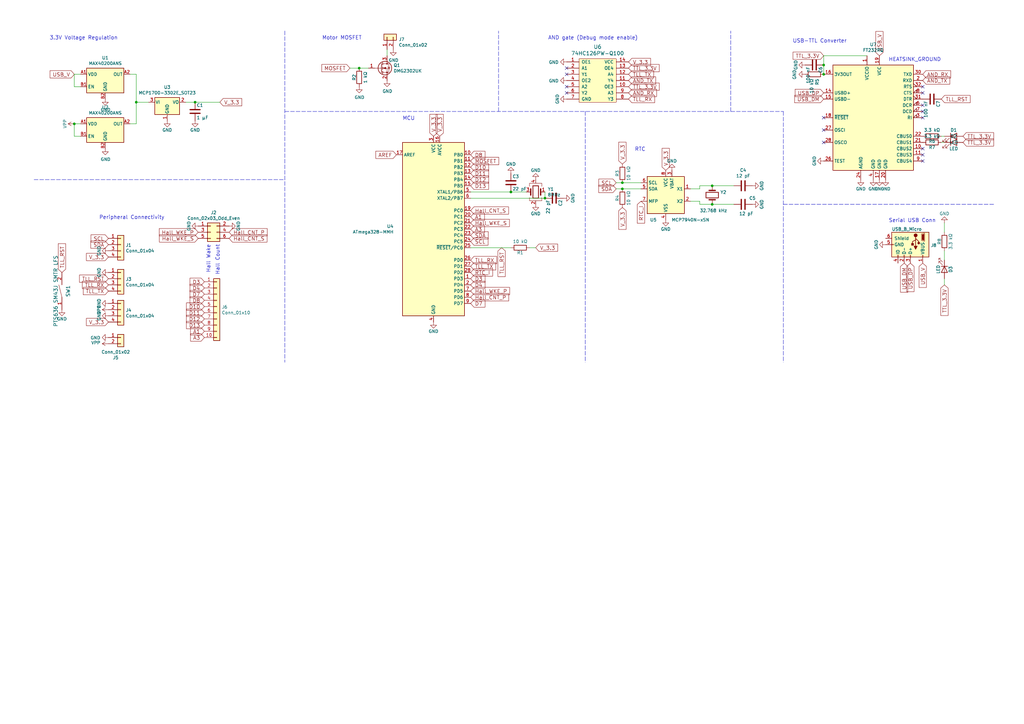
<source format=kicad_sch>
(kicad_sch (version 20211123) (generator eeschema)
  (paper "A3")
  (title_block (title "microBoSL Board") (date "2020-12-07") (rev "0.1.0"))
  (lib_symbols
    (symbol "Analog_Switch:MAX40200ANS"
      (property "Reference" "U" (at -6.35 6.35 0))
      (property "Value" "MAX40200ANS" (at 7.62 6.35 0))
      (symbol "MAX40200ANS_0_1"
        (rectangle (start -7.62 -5.08) (end 7.62 5.08) (stroke (width 0.254)) (fill (type background)))
      )
      (symbol "MAX40200ANS_1_1"
        (pin power_in line (at -10.16 2.54 0) (length 2.54) (name "VDD") (number "A1"))
        (pin passive line (at 10.16 2.54 180) (length 2.54) (name "OUT") (number "A2"))
        (pin input line (at -10.16 -2.54 0) (length 2.54) (name "EN") (number "B1"))
        (pin power_in line (at 0 -7.62 90) (length 2.54) (name "GND") (number "B2"))
      )
    )
    (symbol "Connector_Generic:Conn_01x02" (pin_names (offset 1.016) hide)
      (property "Reference" "J" (at 0 2.54 0))
      (property "Value" "Conn_01x02" (at 0 -5.08 0))
      (symbol "Conn_01x02_1_1"
        (rectangle (start -1.27 -2.413) (end 0 -2.667) (stroke (width 0.1524)))
        (rectangle (start -1.27 0.127) (end 0 -0.127) (stroke (width 0.1524)))
        (rectangle (start -1.27 1.27) (end 1.27 -3.81) (stroke (width 0.254)) (fill (type background)))
        (pin passive line (at -5.08 0 0) (length 3.81) (name "Pin_1") (number "1"))
        (pin passive line (at -5.08 -2.54 0) (length 3.81) (name "Pin_2") (number "2"))
      )
    )
    (symbol "Connector_Generic:Conn_01x04" (pin_names (offset 1.016) hide)
      (property "Reference" "J" (at 0 5.08 0))
      (property "Value" "Conn_01x04" (at 0 -7.62 0))
      (symbol "Conn_01x04_1_1"
        (rectangle (start -1.27 -4.953) (end 0 -5.207) (stroke (width 0.1524)))
        (rectangle (start -1.27 -2.413) (end 0 -2.667) (stroke (width 0.1524)))
        (rectangle (start -1.27 0.127) (end 0 -0.127) (stroke (width 0.1524)))
        (rectangle (start -1.27 2.667) (end 0 2.413) (stroke (width 0.1524)))
        (rectangle (start -1.27 3.81) (end 1.27 -6.35) (stroke (width 0.254)) (fill (type background)))
        (pin passive line (at -5.08 2.54 0) (length 3.81) (name "Pin_1") (number "1"))
        (pin passive line (at -5.08 0 0) (length 3.81) (name "Pin_2") (number "2"))
        (pin passive line (at -5.08 -2.54 0) (length 3.81) (name "Pin_3") (number "3"))
        (pin passive line (at -5.08 -5.08 0) (length 3.81) (name "Pin_4") (number "4"))
      )
    )
    (symbol "Connector_Generic:Conn_01x10" (pin_names (offset 1.016) hide)
      (property "Reference" "J" (at 0 12.7 0))
      (property "Value" "Conn_01x10" (at 0 -15.24 0))
      (symbol "Conn_01x10_1_1"
        (rectangle (start -1.27 -12.573) (end 0 -12.827) (stroke (width 0.1524)))
        (rectangle (start -1.27 -10.033) (end 0 -10.287) (stroke (width 0.1524)))
        (rectangle (start -1.27 -7.493) (end 0 -7.747) (stroke (width 0.1524)))
        (rectangle (start -1.27 -4.953) (end 0 -5.207) (stroke (width 0.1524)))
        (rectangle (start -1.27 -2.413) (end 0 -2.667) (stroke (width 0.1524)))
        (rectangle (start -1.27 0.127) (end 0 -0.127) (stroke (width 0.1524)))
        (rectangle (start -1.27 2.667) (end 0 2.413) (stroke (width 0.1524)))
        (rectangle (start -1.27 5.207) (end 0 4.953) (stroke (width 0.1524)))
        (rectangle (start -1.27 7.747) (end 0 7.493) (stroke (width 0.1524)))
        (rectangle (start -1.27 10.287) (end 0 10.033) (stroke (width 0.1524)))
        (rectangle (start -1.27 11.43) (end 1.27 -13.97) (stroke (width 0.254)) (fill (type background)))
        (pin passive line (at -5.08 10.16 0) (length 3.81) (name "Pin_1") (number "1"))
        (pin passive line (at -5.08 -12.7 0) (length 3.81) (name "Pin_10") (number "10"))
        (pin passive line (at -5.08 7.62 0) (length 3.81) (name "Pin_2") (number "2"))
        (pin passive line (at -5.08 5.08 0) (length 3.81) (name "Pin_3") (number "3"))
        (pin passive line (at -5.08 2.54 0) (length 3.81) (name "Pin_4") (number "4"))
        (pin passive line (at -5.08 0 0) (length 3.81) (name "Pin_5") (number "5"))
        (pin passive line (at -5.08 -2.54 0) (length 3.81) (name "Pin_6") (number "6"))
        (pin passive line (at -5.08 -5.08 0) (length 3.81) (name "Pin_7") (number "7"))
        (pin passive line (at -5.08 -7.62 0) (length 3.81) (name "Pin_8") (number "8"))
        (pin passive line (at -5.08 -10.16 0) (length 3.81) (name "Pin_9") (number "9"))
      )
    )
    (symbol "Connector_Generic:Conn_02x03_Odd_Even" (pin_names (offset 1.016) hide)
      (property "Reference" "J" (at 1.27 5.08 0))
      (property "Value" "Conn_02x03_Odd_Even" (at 1.27 -5.08 0))
      (symbol "Conn_02x03_Odd_Even_1_1"
        (rectangle (start -1.27 -2.413) (end 0 -2.667) (stroke (width 0.1524)))
        (rectangle (start -1.27 0.127) (end 0 -0.127) (stroke (width 0.1524)))
        (rectangle (start -1.27 2.667) (end 0 2.413) (stroke (width 0.1524)))
        (rectangle (start -1.27 3.81) (end 3.81 -3.81) (stroke (width 0.254)) (fill (type background)))
        (rectangle (start 3.81 -2.413) (end 2.54 -2.667) (stroke (width 0.1524)))
        (rectangle (start 3.81 0.127) (end 2.54 -0.127) (stroke (width 0.1524)))
        (rectangle (start 3.81 2.667) (end 2.54 2.413) (stroke (width 0.1524)))
        (pin passive line (at -5.08 2.54 0) (length 3.81) (name "Pin_1") (number "1"))
        (pin passive line (at 7.62 2.54 180) (length 3.81) (name "Pin_2") (number "2"))
        (pin passive line (at -5.08 0 0) (length 3.81) (name "Pin_3") (number "3"))
        (pin passive line (at 7.62 0 180) (length 3.81) (name "Pin_4") (number "4"))
        (pin passive line (at -5.08 -2.54 0) (length 3.81) (name "Pin_5") (number "5"))
        (pin passive line (at 7.62 -2.54 180) (length 3.81) (name "Pin_6") (number "6"))
      )
    )
    (symbol "Device:C" (pin_numbers hide) (pin_names (offset 0.254))
      (property "Reference" "C" (at 0.635 2.54 0))
      (property "Value" "C" (at 0.635 -2.54 0))
      (symbol "C_0_1"
        (polyline (pts (xy -2.032 -0.762) (xy 2.032 -0.762)) (stroke (width 0.508)))
        (polyline (pts (xy -2.032 0.762) (xy 2.032 0.762)) (stroke (width 0.508)))
      )
      (symbol "C_1_1"
        (pin passive line (at 0 3.81 270) (length 2.794) (name "~") (number "1"))
        (pin passive line (at 0 -3.81 90) (length 2.794) (name "~") (number "2"))
      )
    )
    (symbol "Device:Crystal" (pin_numbers hide) (pin_names (offset 1.016) hide)
      (property "Reference" "Y" (at 0 3.81 0))
      (property "Value" "Crystal" (at 0 -3.81 0))
      (symbol "Crystal_0_1"
        (rectangle (start -1.143 2.54) (end 1.143 -2.54) (stroke (width 0.3048)))
        (polyline (pts (xy -2.54 0) (xy -1.905 0)))
        (polyline (pts (xy -1.905 -1.27) (xy -1.905 1.27)) (stroke (width 0.508)))
        (polyline (pts (xy 1.905 -1.27) (xy 1.905 1.27)) (stroke (width 0.508)))
        (polyline (pts (xy 2.54 0) (xy 1.905 0)))
      )
      (symbol "Crystal_1_1"
        (pin passive line (at -3.81 0 0) (length 1.27) (name "1") (number "1"))
        (pin passive line (at 3.81 0 180) (length 1.27) (name "2") (number "2"))
      )
    )
    (symbol "Device:Crystal_GND24" (pin_names (offset 1.016) hide)
      (property "Reference" "Y" (at 3.175 5.08 0))
      (property "Value" "Crystal_GND24" (at 3.175 3.175 0))
      (symbol "Crystal_GND24_0_1"
        (rectangle (start -1.143 2.54) (end 1.143 -2.54) (stroke (width 0.3048)))
        (polyline (pts (xy -2.54 0) (xy -2.032 0)))
        (polyline (pts (xy -2.032 -1.27) (xy -2.032 1.27)) (stroke (width 0.508)))
        (polyline (pts (xy 0 -3.81) (xy 0 -3.556)))
        (polyline (pts (xy 0 3.556) (xy 0 3.81)))
        (polyline (pts (xy 2.032 -1.27) (xy 2.032 1.27)) (stroke (width 0.508)))
        (polyline (pts (xy 2.032 0) (xy 2.54 0)))
        (polyline (pts (xy -2.54 -2.286) (xy -2.54 -3.556) (xy 2.54 -3.556) (xy 2.54 -2.286)))
        (polyline (pts (xy -2.54 2.286) (xy -2.54 3.556) (xy 2.54 3.556) (xy 2.54 2.286)))
      )
      (symbol "Crystal_GND24_1_1"
        (pin passive line (at -3.81 0 0) (length 1.27) (name "1") (number "1"))
        (pin passive line (at 0 5.08 270) (length 1.27) (name "2") (number "2"))
        (pin passive line (at 3.81 0 180) (length 1.27) (name "3") (number "3"))
        (pin passive line (at 0 -5.08 90) (length 1.27) (name "4") (number "4"))
      )
    )
    (symbol "Device:LED" (pin_numbers hide) (pin_names (offset 1.016) hide)
      (property "Reference" "D" (at 0 2.54 0))
      (property "Value" "LED" (at 0 -2.54 0))
      (symbol "LED_0_1"
        (polyline (pts (xy -1.27 -1.27) (xy -1.27 1.27)) (stroke (width 0.254)))
        (polyline (pts (xy -1.27 0) (xy 1.27 0)))
        (polyline (pts (xy 1.27 -1.27) (xy 1.27 1.27) (xy -1.27 0) (xy 1.27 -1.27)) (stroke (width 0.254)))
        (polyline (pts (xy -3.048 -0.762) (xy -4.572 -2.286) (xy -3.81 -2.286) (xy -4.572 -2.286) (xy -4.572 -1.524)))
        (polyline (pts (xy -1.778 -0.762) (xy -3.302 -2.286) (xy -2.54 -2.286) (xy -3.302 -2.286) (xy -3.302 -1.524)))
      )
      (symbol "LED_1_1"
        (pin passive line (at -3.81 0 0) (length 2.54) (name "K") (number "1"))
        (pin passive line (at 3.81 0 180) (length 2.54) (name "A") (number "2"))
      )
    )
    (symbol "Device:Q_NMOS_GSD" (pin_names (offset 0) hide)
      (property "Reference" "Q" (at 5.08 1.27 0))
      (property "Value" "Q_NMOS_GSD" (at 5.08 -1.27 0))
      (symbol "Q_NMOS_GSD_0_1"
        (polyline (pts (xy 0.254 0) (xy -2.54 0)))
        (polyline (pts (xy 0.254 1.905) (xy 0.254 -1.905)) (stroke (width 0.254)))
        (polyline (pts (xy 0.762 -1.27) (xy 0.762 -2.286)) (stroke (width 0.254)))
        (polyline (pts (xy 0.762 0.508) (xy 0.762 -0.508)) (stroke (width 0.254)))
        (polyline (pts (xy 0.762 2.286) (xy 0.762 1.27)) (stroke (width 0.254)))
        (polyline (pts (xy 2.54 2.54) (xy 2.54 1.778)))
        (polyline (pts (xy 2.54 -2.54) (xy 2.54 0) (xy 0.762 0)))
        (polyline (pts (xy 0.762 -1.778) (xy 3.302 -1.778) (xy 3.302 1.778) (xy 0.762 1.778)))
        (polyline (pts (xy 1.016 0) (xy 2.032 0.381) (xy 2.032 -0.381) (xy 1.016 0)) (fill (type outline)))
        (polyline (pts (xy 2.794 0.508) (xy 2.921 0.381) (xy 3.683 0.381) (xy 3.81 0.254)))
        (polyline (pts (xy 3.302 0.381) (xy 2.921 -0.254) (xy 3.683 -0.254) (xy 3.302 0.381)))
        (circle (center 1.651 0) (radius 2.794) (stroke (width 0.254)))
        (circle (center 2.54 -1.778) (radius 0.254) (fill (type outline)))
        (circle (center 2.54 1.778) (radius 0.254) (fill (type outline)))
      )
      (symbol "Q_NMOS_GSD_1_1"
        (pin input line (at -5.08 0 0) (length 2.54) (name "G") (number "1"))
        (pin passive line (at 2.54 -5.08 90) (length 2.54) (name "S") (number "2"))
        (pin passive line (at 2.54 5.08 270) (length 2.54) (name "D") (number "3"))
      )
    )
    (symbol "Device:R" (pin_numbers hide) (pin_names (offset 0))
      (property "Reference" "R" (at 2.032 0 90))
      (property "Value" "R" (at 0 0 90))
      (symbol "R_0_1"
        (rectangle (start -1.016 -2.54) (end 1.016 2.54) (stroke (width 0.254)))
      )
      (symbol "R_1_1"
        (pin passive line (at 0 3.81 270) (length 1.27) (name "~") (number "1"))
        (pin passive line (at 0 -3.81 90) (length 1.27) (name "~") (number "2"))
      )
    )
    (symbol "Regulator_Linear:MCP1700-3302E_SOT23" (pin_names (offset 0.254))
      (property "Reference" "U" (at -3.81 3.175 0))
      (property "Value" "MCP1700-3302E_SOT23" (at 0 3.175 0))
      (symbol "MCP1700-3302E_SOT23_0_1"
        (rectangle (start -5.08 1.905) (end 5.08 -5.08) (stroke (width 0.254)) (fill (type background)))
      )
      (symbol "MCP1700-3302E_SOT23_1_1"
        (pin power_in line (at 0 -7.62 90) (length 2.54) (name "GND") (number "1"))
        (pin power_out line (at 7.62 0 180) (length 2.54) (name "VO") (number "2"))
        (pin power_in line (at -7.62 0 0) (length 2.54) (name "VI") (number "3"))
      )
    )
    (symbol "SIM7000-rescue:74HC126" (pin_names (offset 1.016))
      (property "Reference" "U" (at 0 -7.62 0))
      (property "Value" "74HC126" (at 0 1.27 90))
      (symbol "74HC126_0_1"
        (rectangle (start -7.62 8.89) (end 7.62 -8.89) (fill (type background)))
      )
      (symbol "74HC126_1_1"
        (pin input line (at -12.7 7.62 0) (length 5.08) (name "OE1") (number "1"))
        (pin input line (at 12.7 -2.54 180) (length 5.08) (name "OE3") (number "10"))
        (pin input line (at 12.7 0 180) (length 5.08) (name "Y4") (number "11"))
        (pin input line (at 12.7 2.54 180) (length 5.08) (name "A4") (number "12"))
        (pin input line (at 12.7 5.08 180) (length 5.08) (name "OE4") (number "13"))
        (pin input line (at 12.7 7.62 180) (length 5.08) (name "VCC") (number "14"))
        (pin input line (at -12.7 5.08 0) (length 5.08) (name "A1") (number "2"))
        (pin input line (at -12.7 2.54 0) (length 5.08) (name "Y1") (number "3"))
        (pin input line (at -12.7 0 0) (length 5.08) (name "OE2") (number "4"))
        (pin input line (at -12.7 -2.54 0) (length 5.08) (name "A2") (number "5"))
        (pin input line (at -12.7 -5.08 0) (length 5.08) (name "Y2") (number "6"))
        (pin input line (at -12.7 -7.62 0) (length 5.08) (name "GND") (number "7"))
        (pin input line (at 12.7 -7.62 180) (length 5.08) (name "Y3") (number "8"))
        (pin input line (at 12.7 -5.08 180) (length 5.08) (name "A3") (number "9"))
      )
    )
    (symbol "SIM7000-rescue:FT232RQ"
      (property "Reference" "U" (at -16.51 22.86 0))
      (property "Value" "FT232RQ" (at 10.16 22.86 0))
      (symbol "FT232RQ_0_1"
        (rectangle (start -16.51 21.59) (end 16.51 -21.59) (stroke (width 0.254)) (fill (type background)))
      )
      (symbol "FT232RQ_1_1"
        (pin power_in line (at -2.54 25.4 270) (length 3.81) (name "VCCIO") (number "1"))
        (pin bidirectional line (at 20.32 -12.7 180) (length 3.81) (name "CBUS2") (number "10"))
        (pin bidirectional line (at 20.32 -15.24 180) (length 3.81) (name "CBUS3") (number "11"))
        (pin bidirectional line (at -20.32 10.16 0) (length 3.81) (name "USBD+") (number "14"))
        (pin bidirectional line (at -20.32 7.62 0) (length 3.81) (name "USBD-") (number "15"))
        (pin power_out line (at -20.32 17.78 0) (length 3.81) (name "3V3OUT") (number "16"))
        (pin power_in line (at 2.54 -25.4 90) (length 3.81) (name "GND") (number "17"))
        (pin input line (at -20.32 0 0) (length 3.81) (name "~{RESET}") (number "18"))
        (pin power_in line (at 2.54 25.4 270) (length 3.81) (name "VCC") (number "19"))
        (pin input line (at 20.32 15.24 180) (length 3.81) (name "RXD") (number "2"))
        (pin power_in line (at 5.08 -25.4 90) (length 3.81) (name "GND") (number "20"))
        (pin bidirectional line (at 20.32 -10.16 180) (length 3.81) (name "CBUS1") (number "21"))
        (pin bidirectional line (at 20.32 -7.62 180) (length 3.81) (name "CBUS0") (number "22"))
        (pin power_in line (at -5.08 -25.4 90) (length 3.81) (name "AGND") (number "24"))
        (pin input line (at -20.32 -17.78 0) (length 3.81) (name "TEST") (number "26"))
        (pin input line (at -20.32 -5.08 0) (length 3.81) (name "OSCI") (number "27"))
        (pin output line (at -20.32 -10.16 0) (length 3.81) (name "OSCO") (number "28"))
        (pin input input_low (at 20.32 0 180) (length 3.81) (name "RI") (number "3"))
        (pin output line (at 20.32 17.78 180) (length 3.81) (name "TXD") (number "30"))
        (pin output output_low (at 20.32 7.62 180) (length 3.81) (name "DTR") (number "31"))
        (pin output output_low (at 20.32 12.7 180) (length 3.81) (name "RTS") (number "32"))
        (pin power_in line (at 0 -25.4 90) (length 3.81) (name "GND") (number "4"))
        (pin input input_low (at 20.32 5.08 180) (length 3.81) (name "DCR") (number "6"))
        (pin input input_low (at 20.32 2.54 180) (length 3.81) (name "DCD") (number "7"))
        (pin input input_low (at 20.32 10.16 180) (length 3.81) (name "CTS") (number "8"))
        (pin bidirectional line (at 20.32 -17.78 180) (length 3.81) (name "CBUS4") (number "9"))
      )
    )
    (symbol "SIM7000-rescue:SPST-simcom" (pin_names (offset 1.016))
      (property "Reference" "SW" (at 0 -2.54 0))
      (property "Value" "SPST-simcom" (at 0 2.54 0))
      (symbol "SPST-simcom_0_1"
        (polyline (pts (xy -2.54 0) (xy 2.54 1.27)))
      )
      (symbol "SPST-simcom_1_1"
        (pin input line (at -7.62 0 0) (length 5.08) (name "~") (number "1"))
        (pin input line (at 7.62 0 180) (length 5.08) (name "~") (number "2"))
      )
    )
    (symbol "microBoSL-rescue:ATmega328-MMH-MCU_Microchip_ATmega"
      (property "Reference" "U" (at -12.7 36.83 0))
      (property "Value" "ATmega328-MMH-MCU_Microchip_ATmega" (at 2.54 -36.83 0))
      (symbol "ATmega328-MMH-MCU_Microchip_ATmega_0_1"
        (rectangle (start -12.7 -35.56) (end 12.7 35.56) (stroke (width 0.254)) (fill (type background)))
      )
      (symbol "ATmega328-MMH-MCU_Microchip_ATmega_1_1"
        (pin bidirectional line (at 15.24 -20.32 180) (length 2.54) (name "PD3") (number "1"))
        (pin bidirectional line (at 15.24 30.48 180) (length 2.54) (name "PB0") (number "10"))
        (pin bidirectional line (at 15.24 27.94 180) (length 2.54) (name "PB1") (number "11"))
        (pin bidirectional line (at 15.24 25.4 180) (length 2.54) (name "PB2") (number "12"))
        (pin bidirectional line (at 15.24 22.86 180) (length 2.54) (name "PB3") (number "13"))
        (pin bidirectional line (at 15.24 20.32 180) (length 2.54) (name "PB4") (number "14"))
        (pin bidirectional line (at 15.24 17.78 180) (length 2.54) (name "PB5") (number "15"))
        (pin power_in line (at 2.54 38.1 270) (length 2.54) (name "AVCC") (number "16"))
        (pin passive line (at -15.24 30.48 0) (length 2.54) (name "AREF") (number "17"))
        (pin passive line (at 0 -38.1 90) (length 2.54) hide (name "GND") (number "18"))
        (pin bidirectional line (at 15.24 7.62 180) (length 2.54) (name "PC0") (number "19"))
        (pin bidirectional line (at 15.24 -22.86 180) (length 2.54) (name "PD4") (number "2"))
        (pin bidirectional line (at 15.24 5.08 180) (length 2.54) (name "PC1") (number "20"))
        (pin bidirectional line (at 15.24 2.54 180) (length 2.54) (name "PC2") (number "21"))
        (pin bidirectional line (at 15.24 0 180) (length 2.54) (name "PC3") (number "22"))
        (pin bidirectional line (at 15.24 -2.54 180) (length 2.54) (name "PC4") (number "23"))
        (pin bidirectional line (at 15.24 -5.08 180) (length 2.54) (name "PC5") (number "24"))
        (pin bidirectional line (at 15.24 -7.62 180) (length 2.54) (name "~{RESET}/PC6") (number "25"))
        (pin bidirectional line (at 15.24 -12.7 180) (length 2.54) (name "PD0") (number "26"))
        (pin bidirectional line (at 15.24 -15.24 180) (length 2.54) (name "PD1") (number "27"))
        (pin bidirectional line (at 15.24 -17.78 180) (length 2.54) (name "PD2") (number "28"))
        (pin passive line (at 0 -38.1 90) (length 2.54) hide (name "GND") (number "29"))
        (pin power_in line (at 0 38.1 270) (length 2.54) (name "VCC") (number "3"))
        (pin power_in line (at 0 -38.1 90) (length 2.54) (name "GND") (number "4"))
        (pin bidirectional line (at 15.24 15.24 180) (length 2.54) (name "XTAL1/PB6") (number "5"))
        (pin bidirectional line (at 15.24 12.7 180) (length 2.54) (name "XTAL2/PB7") (number "6"))
        (pin bidirectional line (at 15.24 -25.4 180) (length 2.54) (name "PD5") (number "7"))
        (pin bidirectional line (at 15.24 -27.94 180) (length 2.54) (name "PD6") (number "8"))
        (pin bidirectional line (at 15.24 -30.48 180) (length 2.54) (name "PD7") (number "9"))
      )
    )
    (symbol "microBoSL-rescue:MCP7940N-xSN-Timer"
      (property "Reference" "U" (at -6.35 8.89 0))
      (property "Value" "MCP7940N-xSN-Timer" (at 11.43 8.89 0))
      (symbol "MCP7940N-xSN-Timer_0_1"
        (rectangle (start -7.62 7.62) (end 7.62 -7.62) (stroke (width 0.254)) (fill (type background)))
      )
      (symbol "MCP7940N-xSN-Timer_1_1"
        (pin input line (at 10.16 2.54 180) (length 2.54) (name "X1") (number "1"))
        (pin output line (at 10.16 -2.54 180) (length 2.54) (name "X2") (number "2"))
        (pin power_in line (at 2.54 10.16 270) (length 2.54) (name "VBAT") (number "3"))
        (pin power_in line (at 0 -10.16 90) (length 2.54) (name "VSS") (number "4"))
        (pin bidirectional line (at -10.16 2.54 0) (length 2.54) (name "SDA") (number "5"))
        (pin input line (at -10.16 5.08 0) (length 2.54) (name "SCL") (number "6"))
        (pin open_collector line (at -10.16 -2.54 0) (length 2.54) (name "MFP") (number "7"))
        (pin power_in line (at 0 10.16 270) (length 2.54) (name "VCC") (number "8"))
      )
    )
    (symbol "microBoSL-rescue:USB_B_Micro-Connector" (pin_names (offset 1.016))
      (property "Reference" "J" (at -5.08 11.43 0))
      (property "Value" "USB_B_Micro-Connector" (at -5.08 8.89 0))
      (symbol "USB_B_Micro-Connector_0_1"
        (rectangle (start -5.08 -7.62) (end 5.08 7.62) (stroke (width 0.254)) (fill (type background)))
        (circle (center -3.81 2.159) (radius 0.635) (stroke (width 0.254)) (fill (type outline)))
        (circle (center -0.635 3.429) (radius 0.381) (stroke (width 0.254)) (fill (type outline)))
        (rectangle (start -0.127 -7.62) (end 0.127 -6.858))
        (polyline (pts (xy -1.905 2.159) (xy 0.635 2.159)) (stroke (width 0.254)))
        (polyline (pts (xy -3.175 2.159) (xy -2.54 2.159) (xy -1.27 3.429) (xy -0.635 3.429)) (stroke (width 0.254)))
        (polyline (pts (xy -2.54 2.159) (xy -1.905 2.159) (xy -1.27 0.889) (xy 0 0.889)) (stroke (width 0.254)))
        (polyline (pts (xy 0.635 2.794) (xy 0.635 1.524) (xy 1.905 2.159) (xy 0.635 2.794)) (stroke (width 0.254)) (fill (type outline)))
        (polyline (pts (xy -4.318 5.588) (xy -1.778 5.588) (xy -2.032 4.826) (xy -4.064 4.826) (xy -4.318 5.588)) (fill (type outline)))
        (polyline (pts (xy -4.699 5.842) (xy -4.699 5.588) (xy -4.445 4.826) (xy -4.445 4.572) (xy -1.651 4.572) (xy -1.651 4.826) (xy -1.397 5.588) (xy -1.397 5.842) (xy -4.699 5.842)))
        (rectangle (start 0.254 1.27) (end -0.508 0.508) (stroke (width 0.254)) (fill (type outline)))
        (rectangle (start 5.08 -5.207) (end 4.318 -4.953))
        (rectangle (start 5.08 -2.667) (end 4.318 -2.413))
        (rectangle (start 5.08 -0.127) (end 4.318 0.127))
        (rectangle (start 5.08 4.953) (end 4.318 5.207))
      )
      (symbol "USB_B_Micro-Connector_1_1"
        (pin power_out line (at 7.62 5.08 180) (length 2.54) (name "VBUS") (number "1"))
        (pin passive line (at 7.62 -2.54 180) (length 2.54) (name "D-") (number "2"))
        (pin passive line (at 7.62 0 180) (length 2.54) (name "D+") (number "3"))
        (pin passive line (at 7.62 -5.08 180) (length 2.54) (name "ID") (number "4"))
        (pin power_out line (at 0 -10.16 90) (length 2.54) (name "GND") (number "5"))
        (pin passive line (at -2.54 -10.16 90) (length 2.54) (name "Shield") (number "6"))
      )
    )
    (symbol "power:GND" (power) (pin_names (offset 0))
      (property "Value" "GND" (at 0 -3.81 0))
      (symbol "GND_0_1"
        (polyline (pts (xy 0 0) (xy 0 -1.27) (xy 1.27 -1.27) (xy 0 -2.54) (xy -1.27 -1.27) (xy 0 -1.27)))
      )
      (symbol "GND_1_1"
        (pin power_in line (at 0 0 270) (length 0) hide (name "GND") (number "1"))
      )
    )
    (symbol "power:VPP" (power) (pin_names (offset 0))
      (property "Value" "VPP" (at 0 3.81 0))
      (symbol "VPP_0_1"
        (polyline (pts (xy -0.762 1.27) (xy 0 2.54)))
        (polyline (pts (xy 0 0) (xy 0 2.54)))
        (polyline (pts (xy 0 2.54) (xy 0.762 1.27)))
      )
      (symbol "VPP_1_1"
        (pin power_in line (at 0 0 90) (length 0) hide (name "VPP") (number "1"))
      )
    )
  )
  (junction (at 147.32 27.94))
  (junction (at 292.1 83.82))
  (junction (at 255.27 77.47))
  (junction (at 80.01 41.91))
  (junction (at 223.52 81.28))
  (junction (at 55.88 41.91))
  (junction (at 30.48 50.8))
  (junction (at 337.82 26.67))
  (junction (at 209.55 78.74))
  (junction (at 337.82 30.48))
  (junction (at 292.1 76.2))
  (junction (at 255.27 74.93))
  (no_connect (at 378.46 38.1))
  (no_connect (at 378.46 45.72))
  (no_connect (at 337.82 53.34))
  (no_connect (at 378.46 60.96))
  (no_connect (at 378.46 48.26))
  (no_connect (at 378.46 35.56))
  (no_connect (at 232.41 35.56))
  (no_connect (at 232.41 30.48))
  (no_connect (at 378.46 43.18))
  (no_connect (at 378.46 66.04))
  (no_connect (at 337.82 48.26))
  (no_connect (at 232.41 38.1))
  (no_connect (at 337.82 58.42))
  (no_connect (at 232.41 27.94))
  (no_connect (at 378.46 63.5))
  (wire (pts (xy 223.52 81.28) (xy 223.52 78.74)))
  (wire (pts (xy 158.75 20.32) (xy 158.75 22.86)))
  (polyline (pts (xy 321.31 45.72) (xy 321.31 148.59)))
  (wire (pts (xy 30.48 30.48) (xy 33.02 30.48)))
  (wire (pts (xy 300.99 83.82) (xy 292.1 83.82)))
  (wire (pts (xy 262.89 77.47) (xy 255.27 77.47)))
  (wire (pts (xy 387.35 95.25) (xy 387.35 91.44)))
  (wire (pts (xy 209.55 78.74) (xy 215.9 78.74)))
  (wire (pts (xy 355.6 22.86) (xy 337.82 22.86)))
  (polyline (pts (xy 116.84 45.72) (xy 321.31 45.72)))
  (wire (pts (xy 55.88 30.48) (xy 55.88 41.91)))
  (wire (pts (xy 252.73 74.93) (xy 255.27 74.93)))
  (wire (pts (xy 151.13 27.94) (xy 147.32 27.94)))
  (wire (pts (xy 287.02 82.55) (xy 283.21 82.55)))
  (wire (pts (xy 262.89 74.93) (xy 255.27 74.93)))
  (wire (pts (xy 30.48 30.48) (xy 30.48 35.56)))
  (wire (pts (xy 292.1 83.82) (xy 287.02 83.82)))
  (polyline (pts (xy 204.47 45.72) (xy 204.47 12.7)))
  (wire (pts (xy 387.35 55.88) (xy 386.08 55.88)))
  (wire (pts (xy 387.35 116.84) (xy 387.35 114.3)))
  (wire (pts (xy 337.82 26.67) (xy 337.82 30.48)))
  (wire (pts (xy 292.1 76.2) (xy 300.99 76.2)))
  (wire (pts (xy 30.48 50.8) (xy 30.48 55.88)))
  (wire (pts (xy 55.88 50.8) (xy 55.88 41.91)))
  (wire (pts (xy 143.51 27.94) (xy 147.32 27.94)))
  (wire (pts (xy 287.02 76.2) (xy 292.1 76.2)))
  (polyline (pts (xy 13.97 73.66) (xy 116.84 73.66)))
  (wire (pts (xy 287.02 77.47) (xy 287.02 76.2)))
  (wire (pts (xy 76.2 41.91) (xy 80.01 41.91)))
  (polyline (pts (xy 240.03 45.72) (xy 240.03 148.59)))
  (wire (pts (xy 387.35 106.68) (xy 387.35 102.87)))
  (wire (pts (xy 193.04 81.28) (xy 223.52 81.28)))
  (wire (pts (xy 30.48 35.56) (xy 33.02 35.56)))
  (wire (pts (xy 219.71 101.6) (xy 217.17 101.6)))
  (polyline (pts (xy 116.84 12.7) (xy 116.84 148.59)))
  (wire (pts (xy 255.27 77.47) (xy 252.73 77.47)))
  (polyline (pts (xy 321.31 83.82) (xy 407.67 83.82)))
  (wire (pts (xy 30.48 55.88) (xy 33.02 55.88)))
  (wire (pts (xy 193.04 101.6) (xy 209.55 101.6)))
  (wire (pts (xy 55.88 41.91) (xy 60.96 41.91)))
  (wire (pts (xy 283.21 77.47) (xy 287.02 77.47)))
  (polyline (pts (xy 299.72 45.72) (xy 299.72 12.7)))
  (wire (pts (xy 337.82 22.86) (xy 337.82 26.67)))
  (wire (pts (xy 53.34 30.48) (xy 55.88 30.48)))
  (wire (pts (xy 386.08 58.42) (xy 387.35 58.42)))
  (wire (pts (xy 80.01 41.91) (xy 90.17 41.91)))
  (wire (pts (xy 30.48 50.8) (xy 33.02 50.8)))
  (wire (pts (xy 53.34 50.8) (xy 55.88 50.8)))
  (wire (pts (xy 193.04 78.74) (xy 209.55 78.74)))
  (wire (pts (xy 287.02 83.82) (xy 287.02 82.55)))
  (text "Hall Wake" (at 86.36 100.33 270) (effects (font (size 1.524 1.524)) (justify right bottom)))
  (text "HEATSINK_GROUND" (at 364.49 25.4 0) (effects (font (size 1.524 1.524)) (justify left bottom)))
  (text "Serial USB Conn" (at 364.49 91.44 0) (effects (font (size 1.524 1.524)) (justify left bottom)))
  (text "RTC\n" (at 260.35 62.23 0) (effects (font (size 1.524 1.524)) (justify left bottom)))
  (text "MCU" (at 165.1 49.53 0) (effects (font (size 1.524 1.524)) (justify left bottom)))
  (text "Motor MOSFET" (at 132.08 16.51 0) (effects (font (size 1.524 1.524)) (justify left bottom)))
  (text "Peripheral Connectivity" (at 40.64 90.17 0) (effects (font (size 1.524 1.524)) (justify left bottom)))
  (text "Hall Count" (at 90.17 100.33 270) (effects (font (size 1.524 1.524)) (justify right bottom)))
  (text "3.3V Voltage Regulation\n" (at 20.32 16.51 0) (effects (font (size 1.524 1.524)) (justify left bottom)))
  (text "AND gate (Debug mode enable)" (at 224.79 16.51 0) (effects (font (size 1.524 1.524)) (justify left bottom)))
  (text "USB-TTL Converter" (at 325.12 17.78 0) (effects (font (size 1.524 1.524)) (justify left bottom)))
  (global_label "USB_DM" (shape input) (at 337.82 40.64 180) (effects (font (size 1.524 1.524))) (property "Intersheet References" "${INTERSHEET_REFS}" (effects hide)))
  (global_label "V_3.3" (shape input) (at 273.05 69.85 90) (effects (font (size 1.524 1.524))) (property "Intersheet References" "${INTERSHEET_REFS}" (effects hide)))
  (global_label "V_3.3" (shape input) (at 255.27 67.31 90) (effects (font (size 1.524 1.524))) (property "Intersheet References" "${INTERSHEET_REFS}" (effects hide)))
  (global_label "TTL_3.3V" (shape input) (at 394.97 55.88 0) (effects (font (size 1.524 1.524))) (property "Intersheet References" "${INTERSHEET_REFS}" (effects hide)))
  (global_label "V_3.3" (shape input) (at 44.45 105.41 180) (effects (font (size 1.524 1.524))) (property "Intersheet References" "${INTERSHEET_REFS}" (effects hide)))
  (global_label "TLL_RST" (shape input) (at 44.45 114.3 180) (effects (font (size 1.524 1.524))) (property "Intersheet References" "${INTERSHEET_REFS}" (effects hide)))
  (global_label "AND_TX" (shape input) (at 378.46 33.02 0) (effects (font (size 1.524 1.524))) (property "Intersheet References" "${INTERSHEET_REFS}" (effects hide)))
  (global_label "V_3.3" (shape input) (at 177.8 55.88 90) (effects (font (size 1.524 1.524))) (property "Intersheet References" "${INTERSHEET_REFS}" (effects hide)))
  (global_label "MOSFET" (shape input) (at 193.04 66.04 0) (effects (font (size 1.524 1.524))) (property "Intersheet References" "${INTERSHEET_REFS}" (effects hide)))
  (global_label "TLL_TX" (shape input) (at 257.81 30.48 0) (effects (font (size 1.524 1.524))) (property "Intersheet References" "${INTERSHEET_REFS}" (effects hide)))
  (global_label "A3" (shape input) (at 193.04 93.98 0) (effects (font (size 1.524 1.524))) (property "Intersheet References" "${INTERSHEET_REFS}" (effects hide)))
  (global_label "TTL_3.3V" (shape input) (at 387.35 116.84 270) (effects (font (size 1.524 1.524))) (property "Intersheet References" "${INTERSHEET_REFS}" (effects hide)))
  (global_label "Hall_CNT_S" (shape input) (at 193.04 86.36 0) (effects (font (size 1.524 1.524))) (property "Intersheet References" "${INTERSHEET_REFS}" (effects hide)))
  (global_label "TLL_TX" (shape input) (at 44.45 119.38 180) (effects (font (size 1.524 1.524))) (property "Intersheet References" "${INTERSHEET_REFS}" (effects hide)))
  (global_label "USB_DP" (shape input) (at 337.82 38.1 180) (effects (font (size 1.524 1.524))) (property "Intersheet References" "${INTERSHEET_REFS}" (effects hide)))
  (global_label "Hall_WKE_S" (shape input) (at 193.04 91.44 0) (effects (font (size 1.524 1.524))) (property "Intersheet References" "${INTERSHEET_REFS}" (effects hide)))
  (global_label "D13" (shape input) (at 193.04 76.2 0) (effects (font (size 1.524 1.524))) (property "Intersheet References" "${INTERSHEET_REFS}" (effects hide)))
  (global_label "RTC_I" (shape input) (at 193.04 111.76 0) (effects (font (size 1.524 1.524))) (property "Intersheet References" "${INTERSHEET_REFS}" (effects hide)))
  (global_label "MOSFET" (shape input) (at 143.51 27.94 180) (effects (font (size 1.524 1.524))) (property "Intersheet References" "${INTERSHEET_REFS}" (effects hide)))
  (global_label "AREF" (shape input) (at 162.56 63.5 180) (effects (font (size 1.524 1.524))) (property "Intersheet References" "${INTERSHEET_REFS}" (effects hide)))
  (global_label "V_3.3" (shape input) (at 180.34 55.88 90) (effects (font (size 1.524 1.524))) (property "Intersheet References" "${INTERSHEET_REFS}" (effects hide)))
  (global_label "AND_RX" (shape input) (at 378.46 30.48 0) (effects (font (size 1.524 1.524))) (property "Intersheet References" "${INTERSHEET_REFS}" (effects hide)))
  (global_label "A3" (shape input) (at 83.82 138.43 180) (effects (font (size 1.524 1.524))) (property "Intersheet References" "${INTERSHEET_REFS}" (effects hide)))
  (global_label "TLL_RST" (shape input) (at 386.08 40.64 0) (effects (font (size 1.524 1.524))) (property "Intersheet References" "${INTERSHEET_REFS}" (effects hide)))
  (global_label "Hall_CNT_P" (shape input) (at 93.98 95.25 0) (effects (font (size 1.524 1.524))) (property "Intersheet References" "${INTERSHEET_REFS}" (effects hide)))
  (global_label "SDA" (shape input) (at 252.73 77.47 180) (effects (font (size 1.524 1.524))) (property "Intersheet References" "${INTERSHEET_REFS}" (effects hide)))
  (global_label "D7" (shape input) (at 83.82 120.65 180) (effects (font (size 1.524 1.524))) (property "Intersheet References" "${INTERSHEET_REFS}" (effects hide)))
  (global_label "TLL_RST" (shape input) (at 205.74 101.6 270) (effects (font (size 1.524 1.524))) (property "Intersheet References" "${INTERSHEET_REFS}" (effects hide)))
  (global_label "D10" (shape input) (at 83.82 125.73 180) (effects (font (size 1.524 1.524))) (property "Intersheet References" "${INTERSHEET_REFS}" (effects hide)))
  (global_label "USB_DP" (shape input) (at 373.38 107.95 270) (effects (font (size 1.524 1.524))) (property "Intersheet References" "${INTERSHEET_REFS}" (effects hide)))
  (global_label "V_3.3" (shape input) (at 90.17 41.91 0) (effects (font (size 1.524 1.524))) (property "Intersheet References" "${INTERSHEET_REFS}" (effects hide)))
  (global_label "USB_V" (shape input) (at 30.48 30.48 180) (effects (font (size 1.524 1.524))) (property "Intersheet References" "${INTERSHEET_REFS}" (effects hide)))
  (global_label "TLL_RX" (shape input) (at 193.04 106.68 0) (effects (font (size 1.524 1.524))) (property "Intersheet References" "${INTERSHEET_REFS}" (effects hide)))
  (global_label "TTL_3.3V" (shape input) (at 257.81 35.56 0) (effects (font (size 1.524 1.524))) (property "Intersheet References" "${INTERSHEET_REFS}" (effects hide)))
  (global_label "USB_DM" (shape input) (at 370.84 107.95 270) (effects (font (size 1.524 1.524))) (property "Intersheet References" "${INTERSHEET_REFS}" (effects hide)))
  (global_label "A1" (shape input) (at 193.04 88.9 0) (effects (font (size 1.524 1.524))) (property "Intersheet References" "${INTERSHEET_REFS}" (effects hide)))
  (global_label "USB_V" (shape input) (at 378.46 107.95 270) (effects (font (size 1.524 1.524))) (property "Intersheet References" "${INTERSHEET_REFS}" (effects hide)))
  (global_label "D3" (shape input) (at 83.82 115.57 180) (effects (font (size 1.524 1.524))) (property "Intersheet References" "${INTERSHEET_REFS}" (effects hide)))
  (global_label "D12" (shape input) (at 83.82 130.81 180) (effects (font (size 1.524 1.524))) (property "Intersheet References" "${INTERSHEET_REFS}" (effects hide)))
  (global_label "TLL_TX" (shape input) (at 193.04 109.22 0) (effects (font (size 1.524 1.524))) (property "Intersheet References" "${INTERSHEET_REFS}" (effects hide)))
  (global_label "D4" (shape input) (at 83.82 118.11 180) (effects (font (size 1.524 1.524))) (property "Intersheet References" "${INTERSHEET_REFS}" (effects hide)))
  (global_label "TTL_3.3V" (shape input) (at 337.82 22.86 180) (effects (font (size 1.524 1.524))) (property "Intersheet References" "${INTERSHEET_REFS}" (effects hide)))
  (global_label "TTL_3.3V" (shape input) (at 257.81 27.94 0) (effects (font (size 1.524 1.524))) (property "Intersheet References" "${INTERSHEET_REFS}" (effects hide)))
  (global_label "D8" (shape input) (at 193.04 63.5 0) (effects (font (size 1.524 1.524))) (property "Intersheet References" "${INTERSHEET_REFS}" (effects hide)))
  (global_label "D8" (shape input) (at 83.82 123.19 180) (effects (font (size 1.524 1.524))) (property "Intersheet References" "${INTERSHEET_REFS}" (effects hide)))
  (global_label "SCL" (shape input) (at 252.73 74.93 180) (effects (font (size 1.524 1.524))) (property "Intersheet References" "${INTERSHEET_REFS}" (effects hide)))
  (global_label "Hall_CNT_S" (shape input) (at 93.98 97.79 0) (effects (font (size 1.524 1.524))) (property "Intersheet References" "${INTERSHEET_REFS}" (effects hide)))
  (global_label "Hall_WKE_S" (shape input) (at 81.28 97.79 180) (effects (font (size 1.524 1.524))) (property "Intersheet References" "${INTERSHEET_REFS}" (effects hide)))
  (global_label "SDA" (shape input) (at 44.45 100.33 180) (effects (font (size 1.524 1.524))) (property "Intersheet References" "${INTERSHEET_REFS}" (effects hide)))
  (global_label "V_3.3" (shape input) (at 255.27 85.09 270) (effects (font (size 1.524 1.524))) (property "Intersheet References" "${INTERSHEET_REFS}" (effects hide)))
  (global_label "D10" (shape input) (at 193.04 68.58 0) (effects (font (size 1.524 1.524))) (property "Intersheet References" "${INTERSHEET_REFS}" (effects hide)))
  (global_label "D7" (shape input) (at 193.04 124.46 0) (effects (font (size 1.524 1.524))) (property "Intersheet References" "${INTERSHEET_REFS}" (effects hide)))
  (global_label "D13" (shape input) (at 83.82 133.35 180) (effects (font (size 1.524 1.524))) (property "Intersheet References" "${INTERSHEET_REFS}" (effects hide)))
  (global_label "V_3.3" (shape input) (at 219.71 101.6 0) (effects (font (size 1.524 1.524))) (property "Intersheet References" "${INTERSHEET_REFS}" (effects hide)))
  (global_label "A1" (shape input) (at 83.82 135.89 180) (effects (font (size 1.524 1.524))) (property "Intersheet References" "${INTERSHEET_REFS}" (effects hide)))
  (global_label "D3" (shape input) (at 193.04 114.3 0) (effects (font (size 1.524 1.524))) (property "Intersheet References" "${INTERSHEET_REFS}" (effects hide)))
  (global_label "D4" (shape input) (at 193.04 116.84 0) (effects (font (size 1.524 1.524))) (property "Intersheet References" "${INTERSHEET_REFS}" (effects hide)))
  (global_label "V_3.3" (shape input) (at 257.81 25.4 0) (effects (font (size 1.524 1.524))) (property "Intersheet References" "${INTERSHEET_REFS}" (effects hide)))
  (global_label "V_3.3" (shape input) (at 44.45 132.08 180) (effects (font (size 1.524 1.524))) (property "Intersheet References" "${INTERSHEET_REFS}" (effects hide)))
  (global_label "D11" (shape input) (at 83.82 128.27 180) (effects (font (size 1.524 1.524))) (property "Intersheet References" "${INTERSHEET_REFS}" (effects hide)))
  (global_label "AND_RX" (shape input) (at 257.81 38.1 0) (effects (font (size 1.524 1.524))) (property "Intersheet References" "${INTERSHEET_REFS}" (effects hide)))
  (global_label "SDA" (shape input) (at 193.04 96.52 0) (effects (font (size 1.524 1.524))) (property "Intersheet References" "${INTERSHEET_REFS}" (effects hide)))
  (global_label "TLL_RST" (shape input) (at 25.4 111.76 90) (effects (font (size 1.524 1.524))) (property "Intersheet References" "${INTERSHEET_REFS}" (effects hide)))
  (global_label "SCL" (shape input) (at 193.04 99.06 0) (effects (font (size 1.524 1.524))) (property "Intersheet References" "${INTERSHEET_REFS}" (effects hide)))
  (global_label "TTL_3.3V" (shape input) (at 394.97 58.42 0) (effects (font (size 1.524 1.524))) (property "Intersheet References" "${INTERSHEET_REFS}" (effects hide)))
  (global_label "USB_V" (shape input) (at 360.68 22.86 90) (effects (font (size 1.524 1.524))) (property "Intersheet References" "${INTERSHEET_REFS}" (effects hide)))
  (global_label "Hall_CNT_P" (shape input) (at 193.04 121.92 0) (effects (font (size 1.524 1.524))) (property "Intersheet References" "${INTERSHEET_REFS}" (effects hide)))
  (global_label "RTC_I" (shape input) (at 262.89 82.55 270) (effects (font (size 1.524 1.524))) (property "Intersheet References" "${INTERSHEET_REFS}" (effects hide)))
  (global_label "D12" (shape input) (at 193.04 73.66 0) (effects (font (size 1.524 1.524))) (property "Intersheet References" "${INTERSHEET_REFS}" (effects hide)))
  (global_label "SCL" (shape input) (at 44.45 97.79 180) (effects (font (size 1.524 1.524))) (property "Intersheet References" "${INTERSHEET_REFS}" (effects hide)))
  (global_label "Hall_WKE_P" (shape input) (at 81.28 95.25 180) (effects (font (size 1.524 1.524))) (property "Intersheet References" "${INTERSHEET_REFS}" (effects hide)))
  (global_label "Hall_WKE_P" (shape input) (at 193.04 119.38 0) (effects (font (size 1.524 1.524))) (property "Intersheet References" "${INTERSHEET_REFS}" (effects hide)))
  (global_label "AND_TX" (shape input) (at 257.81 33.02 0) (effects (font (size 1.524 1.524))) (property "Intersheet References" "${INTERSHEET_REFS}" (effects hide)))
  (global_label "D11" (shape input) (at 193.04 71.12 0) (effects (font (size 1.524 1.524))) (property "Intersheet References" "${INTERSHEET_REFS}" (effects hide)))
  (global_label "TLL_RX" (shape input) (at 257.81 40.64 0) (effects (font (size 1.524 1.524))) (property "Intersheet References" "${INTERSHEET_REFS}" (effects hide)))
  (global_label "TLL_RX" (shape input) (at 44.45 116.84 180) (effects (font (size 1.524 1.524))) (property "Intersheet References" "${INTERSHEET_REFS}" (effects hide)))
  (symbol (lib_id "power:GND") (at 177.8 132.08 0) (unit 1)
    (property "Reference" "#PWR07" (effects hide))
    (property "Value" "GND" (at 177.8 135.89 0))
  )
  (symbol (lib_id "Device:R") (at 213.36 101.6 270) (unit 1)
    (property "Reference" "R1" (at 213.36 103.632 90))
    (property "Value" "10 kΩ" (at 213.36 99.06 90))
    (property "Footprint" "Resistor_SMD:R_0402_1005Metric" (effects hide))
  )
  (symbol (lib_id "Device:C") (at 227.33 81.28 270) (unit 1)
    (property "Reference" "C2" (at 229.87 81.915 0) (effects (justify left)))
    (property "Value" "22 pF" (at 224.79 81.915 0) (effects (justify left)))
    (property "Footprint" "Capacitor_SMD:C_0402_1005Metric" (effects hide))
  )
  (symbol (lib_id "power:GND") (at 209.55 71.12 180) (unit 1)
    (property "Reference" "#PWR015" (effects hide))
    (property "Value" "GND" (at 209.55 67.31 0))
  )
  (symbol (lib_id "Device:C") (at 209.55 74.93 0) (unit 1)
    (property "Reference" "C3" (at 210.185 72.39 0) (effects (justify left)))
    (property "Value" "22 pF" (at 210.185 77.47 0) (effects (justify left)))
    (property "Footprint" "Capacitor_SMD:C_0402_1005Metric" (effects hide))
  )
  (symbol (lib_id "power:GND") (at 231.14 81.28 90) (unit 1)
    (property "Reference" "#PWR018" (effects hide))
    (property "Value" "GND" (at 234.95 81.28 0))
  )
  (symbol (lib_id "power:VPP") (at 30.48 50.8 90) (unit 1)
    (property "Reference" "#PWR02" (effects hide))
    (property "Value" "VPP" (at 26.67 50.8 0))
  )
  (symbol (lib_id "power:GND") (at 68.58 49.53 0) (unit 1)
    (property "Reference" "#PWR06" (effects hide))
    (property "Value" "GND" (at 68.58 53.34 0))
  )
  (symbol (lib_id "Device:C") (at 80.01 45.72 0) (unit 1)
    (property "Reference" "C1" (at 80.645 43.18 0) (effects (justify left)))
    (property "Value" "1 μF" (at 80.645 48.26 0) (effects (justify left)))
    (property "Footprint" "Capacitor_SMD:C_1206_3216Metric" (effects hide))
  )
  (symbol (lib_id "power:GND") (at 80.01 49.53 0) (unit 1)
    (property "Reference" "#PWR08" (effects hide))
    (property "Value" "GND" (at 80.01 53.34 0))
  )
  (symbol (lib_id "power:GND") (at 44.45 102.87 270) (unit 1)
    (property "Reference" "#PWR05" (effects hide))
    (property "Value" "GND" (at 40.64 102.87 0))
  )
  (symbol (lib_id "power:GND") (at 25.4 127 0) (unit 1)
    (property "Reference" "#PWR01" (effects hide))
    (property "Value" "GND" (at 25.4 130.81 0))
  )
  (symbol (lib_id "SIM7000-rescue:SPST-simcom") (at 25.4 119.38 90) (unit 1)
    (property "Reference" "SW1" (at 27.94 119.38 0) (effects (font (size 1.524 1.524))))
    (property "Value" "PTS636 SM43J SMTR LFS" (at 22.86 119.38 0) (effects (font (size 1.524 1.524))))
    (property "Footprint" "SIMFootprints:PTS636 SM43J SMTR LFS" (effects hide))
  )
  (symbol (lib_id "power:GND") (at 44.45 111.76 270) (unit 1)
    (property "Reference" "#PWR011" (effects hide))
    (property "Value" "GND" (at 40.64 111.76 0))
  )
  (symbol (lib_id "power:VPP") (at 44.45 127 90) (unit 1)
    (property "Reference" "#PWR013" (effects hide))
    (property "Value" "VPP" (at 40.64 127 0))
  )
  (symbol (lib_id "power:GND") (at 44.45 124.46 270) (unit 1)
    (property "Reference" "#PWR012" (effects hide))
    (property "Value" "GND" (at 40.64 124.46 0))
  )
  (symbol (lib_id "power:GND") (at 44.45 129.54 270) (unit 1)
    (property "Reference" "#PWR014" (effects hide))
    (property "Value" "GND" (at 40.64 129.54 0))
  )
  (symbol (lib_id "Device:C") (at 334.01 26.67 270) (unit 1)
    (property "Reference" "C6" (at 336.55 27.305 0) (effects (justify left)))
    (property "Value" "100 nF" (at 331.47 27.305 0) (effects (justify left)))
    (property "Footprint" "Capacitor_SMD:C_0603_1608Metric" (effects hide))
  )
  (symbol (lib_id "power:GND") (at 330.2 26.67 270) (unit 1)
    (property "Reference" "#PWR029" (effects hide))
    (property "Value" "GND" (at 326.39 26.67 0))
  )
  (symbol (lib_id "Device:C") (at 382.27 40.64 270) (unit 1)
    (property "Reference" "C7" (at 384.81 41.275 0) (effects (justify left)))
    (property "Value" "100 nF" (at 379.73 41.275 0) (effects (justify left)))
    (property "Footprint" "Capacitor_SMD:C_0603_1608Metric" (effects hide))
  )
  (symbol (lib_id "Device:LED") (at 391.16 55.88 0) (unit 1)
    (property "Reference" "D1" (at 391.16 53.34 0))
    (property "Value" "LED" (at 391.16 58.42 0))
    (property "Footprint" "LED_SMD:LED_0603_1608Metric" (effects hide))
  )
  (symbol (lib_id "Device:R") (at 382.27 55.88 270) (unit 1)
    (property "Reference" "R6" (at 382.27 57.912 90))
    (property "Value" "3.3 kΩ" (at 382.27 53.34 90))
    (property "Footprint" "Resistor_SMD:R_0402_1005Metric" (effects hide))
  )
  (symbol (lib_id "power:GND") (at 363.22 100.33 270) (unit 1)
    (property "Reference" "#PWR031" (effects hide))
    (property "Value" "GND" (at 359.41 100.33 0))
  )
  (symbol (lib_id "Device:LED") (at 387.35 110.49 270) (unit 1)
    (property "Reference" "D3" (at 389.89 110.49 0))
    (property "Value" "LED" (at 384.81 110.49 0))
    (property "Footprint" "LED_SMD:LED_0603_1608Metric" (effects hide))
  )
  (symbol (lib_id "Device:R") (at 387.35 99.06 180) (unit 1)
    (property "Reference" "R8" (at 385.318 99.06 90))
    (property "Value" "3.3 kΩ" (at 389.89 99.06 90))
    (property "Footprint" "Resistor_SMD:R_0402_1005Metric" (effects hide))
  )
  (symbol (lib_id "power:GND") (at 387.35 91.44 180) (unit 1)
    (property "Reference" "#PWR032" (effects hide))
    (property "Value" "GND" (at 387.35 87.63 0))
  )
  (symbol (lib_id "Device:LED") (at 391.16 58.42 0) (unit 1)
    (property "Reference" "D2" (at 391.16 55.88 0))
    (property "Value" "LED" (at 391.16 60.96 0))
    (property "Footprint" "LED_SMD:LED_0603_1608Metric" (effects hide))
  )
  (symbol (lib_id "Device:R") (at 382.27 58.42 270) (unit 1)
    (property "Reference" "R7" (at 382.27 60.452 90))
    (property "Value" "3.3 kΩ" (at 382.27 55.88 90))
    (property "Footprint" "Resistor_SMD:R_0402_1005Metric" (effects hide))
  )
  (symbol (lib_id "power:GND") (at 232.41 40.64 270) (unit 1)
    (property "Reference" "#PWR026" (effects hide))
    (property "Value" "GND" (at 228.6 40.64 0))
  )
  (symbol (lib_id "Device:R") (at 334.01 30.48 270) (unit 1)
    (property "Reference" "R5" (at 335.153 32.258 0) (effects (justify left)))
    (property "Value" "10 kΩ" (at 332.8924 32.258 0) (effects (justify left)))
    (property "Footprint" "Resistor_SMD:R_0402_1005Metric" (effects hide))
  )
  (symbol (lib_id "power:GND") (at 330.2 30.48 270) (unit 1)
    (property "Reference" "#PWR030" (effects hide))
    (property "Value" "GND" (at 325.8566 30.607 0))
  )
  (symbol (lib_id "microBoSL-rescue:USB_B_Micro-Connector") (at 373.38 100.33 270) (unit 1)
    (property "Reference" "J8" (at 381.7366 100.6094 90) (effects (justify left)))
    (property "Value" "USB_B_Micro" (at 365.76 93.98 90) (effects (justify left)))
    (property "Footprint" "Connector_USB:USB_Micro-B_Molex-105133-0001" (effects hide))
  )
  (symbol (lib_id "SIM7000-rescue:74HC126") (at 245.11 33.02 0) (unit 1)
    (property "Reference" "U6" (at 245.11 19.2278 0) (effects (font (size 1.524 1.524))))
    (property "Value" "74HC126PW-Q100" (at 245.11 21.8694 0) (effects (font (size 1.524 1.524))))
    (property "Footprint" "Package_SO:TSSOP-14_4.4x5mm_P0.65mm" (effects hide))
    (property "Datasheet" "http://www.farnell.com/datasheets/2030230.pdf?_ga=2.69642903.606851804.1567147512-325851870.1553337182&_gac=1.41560982.1567151116.EAIaIQobChMI1uyK5Yyq5AIVSSUrCh05hgU3EAkYASABEgJC2_D_BwE" (effects hide))
  )
  (symbol (lib_id "microBoSL-rescue:MCP7940N-xSN-Timer") (at 273.05 80.01 0) (unit 1)
    (property "Reference" "U5" (at 267.97 90.17 0))
    (property "Value" "MCP7940N-xSN" (at 283.21 90.17 0))
    (property "Footprint" "Package_DFN_QFN:DFN-8-1EP_3x2mm_P0.5mm_EP1.3x1.5mm" (effects hide))
    (property "Datasheet" "http://ww1.microchip.com/downloads/en/DeviceDoc/20005010F.pdf" (effects hide))
  )
  (symbol (lib_id "power:GND") (at 273.05 90.17 0) (unit 1)
    (property "Reference" "#PWR022" (effects hide))
    (property "Value" "GND" (at 273.05 93.98 0))
  )
  (symbol (lib_id "Device:Crystal") (at 292.1 80.01 270) (unit 1)
    (property "Reference" "Y2" (at 295.4274 78.8416 90) (effects (justify left)))
    (property "Value" " 32.768 kHz" (at 287.02 86.36 90) (effects (justify left)))
    (property "Footprint" "Crystal:Crystal_SMD_EuroQuartz_EQ161-2Pin_3.2x1.5mm" (effects hide))
    (property "Datasheet" "FC-135 32.7680KA-AG" (effects hide))
  )
  (symbol (lib_id "Device:C") (at 304.8 76.2 270) (unit 1)
    (property "Reference" "C4" (at 304.8 69.7992 90))
    (property "Value" "12 pF" (at 304.8 72.1106 90))
    (property "Footprint" "Capacitor_SMD:C_0402_1005Metric" (effects hide))
  )
  (symbol (lib_id "Device:C") (at 304.8 83.82 270) (unit 1)
    (property "Reference" "C5" (at 308.61 81.28 90))
    (property "Value" "12 pF" (at 306.07 87.63 90))
    (property "Footprint" "Capacitor_SMD:C_0402_1005Metric" (effects hide))
  )
  (symbol (lib_id "power:GND") (at 308.61 76.2 90) (unit 1)
    (property "Reference" "#PWR027" (effects hide))
    (property "Value" "GND" (at 312.42 76.2 0))
  )
  (symbol (lib_id "power:GND") (at 308.61 83.82 90) (unit 1)
    (property "Reference" "#PWR028" (effects hide))
    (property "Value" "GND" (at 312.42 83.82 0))
  )
  (symbol (lib_id "power:GND") (at 275.59 69.85 180) (unit 1)
    (property "Reference" "#PWR023" (effects hide))
    (property "Value" "GND" (at 275.59 66.04 0))
  )
  (symbol (lib_id "SIM7000-rescue:FT232RQ") (at 358.14 48.26 0) (unit 1)
    (property "Reference" "U7" (at 358.14 18.2626 0))
    (property "Value" "FT232RQ" (at 358.14 20.574 0))
    (property "Footprint" "Package_DFN_QFN:QFN-32-1EP_5x5mm_P0.5mm_EP3.1x3.1mm" (effects hide))
    (property "Datasheet" "https://www.ftdichip.com/Support/Documents/DataSheets/ICs/DS_FT232R.pdf" (effects hide))
  )
  (symbol (lib_id "power:GND") (at 232.41 25.4 270) (unit 1)
    (property "Reference" "#PWR024" (effects hide))
    (property "Value" "GND" (at 229.1588 25.527 90) (effects (justify right)))
  )
  (symbol (lib_id "power:GND") (at 232.41 33.02 270) (unit 1)
    (property "Reference" "#PWR025" (effects hide))
    (property "Value" "GND" (at 229.1588 33.147 90) (effects (justify right)))
  )
  (symbol (lib_id "Regulator_Linear:MCP1700-3302E_SOT23") (at 68.58 41.91 0) (unit 1)
    (property "Reference" "U3" (at 68.58 35.7632 0))
    (property "Value" "MCP1700-3302E_SOT23" (at 68.58 38.0746 0))
    (property "Footprint" "Package_TO_SOT_SMD:SOT-23" (effects hide))
    (property "Datasheet" "http://ww1.microchip.com/downloads/en/DeviceDoc/20001826D.pdf" (effects hide))
  )
  (symbol (lib_id "power:VPP") (at 44.45 140.97 90) (unit 1)
    (property "Reference" "#PWR017" (effects hide))
    (property "Value" "VPP" (at 41.2242 140.589 90) (effects (justify left)))
  )
  (symbol (lib_id "power:GND") (at 44.45 138.43 270) (unit 1)
    (property "Reference" "#PWR016" (effects hide))
    (property "Value" "GND" (at 41.1988 138.557 90) (effects (justify right)))
  )
  (symbol (lib_id "Connector_Generic:Conn_01x02") (at 49.53 138.43 0) (unit 1)
    (property "Reference" "J5" (at 47.4472 146.685 0))
    (property "Value" "Conn_01x02" (at 47.4472 144.3736 0))
    (property "Footprint" "Connector_PinHeader_2.54mm:PinHeader_1x02_P2.54mm_Vertical" (effects hide))
  )
  (symbol (lib_id "Device:R") (at 255.27 81.28 180) (unit 1)
    (property "Reference" "R4" (at 253.238 81.28 90))
    (property "Value" "10 kΩ" (at 257.81 81.28 90))
    (property "Footprint" "Resistor_SMD:R_0402_1005Metric" (effects hide))
  )
  (symbol (lib_id "Device:R") (at 255.27 71.12 180) (unit 1)
    (property "Reference" "R3" (at 253.238 71.12 90))
    (property "Value" "10 kΩ" (at 257.81 71.12 90))
    (property "Footprint" "Resistor_SMD:R_0402_1005Metric" (effects hide))
  )
  (symbol (lib_id "microBoSL-rescue:ATmega328-MMH-MCU_Microchip_ATmega") (at 177.8 93.98 0) (unit 1)
    (property "Reference" "U4" (at 161.4424 92.8116 0) (effects (justify right)))
    (property "Value" "ATmega328-MMH" (at 161.4424 95.123 0) (effects (justify right)))
    (property "Footprint" "Package_DFN_QFN:QFN-28-1EP_4x4mm_P0.45mm_EP2.4x2.4mm" (effects hide))
    (property "Datasheet" "http://ww1.microchip.com/downloads/en/DeviceDoc/ATmega328_P%20AVR%20MCU%20with%20picoPower%20Technology%20Data%20Sheet%2040001984A.pdf" (effects hide))
  )
  (symbol (lib_id "power:GND") (at 81.28 92.71 270) (unit 1)
    (property "Reference" "#PWR09" (effects hide))
    (property "Value" "GND" (at 77.47 92.71 0))
  )
  (symbol (lib_id "power:GND") (at 93.98 92.71 90) (unit 1)
    (property "Reference" "#PWR010" (effects hide))
    (property "Value" "GND" (at 97.79 92.71 0))
  )
  (symbol (lib_id "Connector_Generic:Conn_01x04") (at 49.53 100.33 0) (unit 1)
    (property "Reference" "J1" (at 51.562 100.5332 0) (effects (justify left)))
    (property "Value" "Conn_01x04" (at 51.562 102.8446 0) (effects (justify left)))
    (property "Footprint" "Connector_PinHeader_2.54mm:PinHeader_1x04_P2.54mm_Vertical" (effects hide))
  )
  (symbol (lib_id "Device:Q_NMOS_GSD") (at 156.21 27.94 0) (unit 1)
    (property "Reference" "Q1" (at 161.3916 26.7716 0) (effects (justify left)))
    (property "Value" "DMG2302UK" (at 161.3916 29.083 0) (effects (justify left)))
    (property "Footprint" "Package_TO_SOT_SMD:SOT-23" (effects hide))
  )
  (symbol (lib_id "power:GND") (at 158.75 33.02 0) (unit 1)
    (property "Reference" "#PWR020" (effects hide))
    (property "Value" "GND" (at 158.877 37.4142 0))
  )
  (symbol (lib_id "Device:R") (at 147.32 31.75 180) (unit 1)
    (property "Reference" "R2" (at 145.288 31.75 90))
    (property "Value" "1 kΩ" (at 149.86 31.75 90))
    (property "Footprint" "Resistor_SMD:R_0402_1005Metric" (effects hide))
  )
  (symbol (lib_id "power:GND") (at 147.32 35.56 0) (unit 1)
    (property "Reference" "#PWR019" (effects hide))
    (property "Value" "GND" (at 147.447 39.9542 0))
  )
  (symbol (lib_id "Connector_Generic:Conn_01x02") (at 158.75 15.24 90) (unit 1)
    (property "Reference" "J7" (at 163.5252 16.1544 90) (effects (justify right)))
    (property "Value" "Conn_01x02" (at 163.5252 18.4658 90) (effects (justify right)))
    (property "Footprint" "Connector_PinHeader_2.54mm:PinHeader_1x02_P2.54mm_Vertical" (effects hide))
  )
  (symbol (lib_id "power:GND") (at 161.29 20.32 0) (unit 1)
    (property "Reference" "#PWR021" (effects hide))
    (property "Value" "GND" (at 161.417 24.7142 0))
  )
  (symbol (lib_id "Connector_Generic:Conn_01x04") (at 49.53 114.3 0) (unit 1)
    (property "Reference" "J3" (at 51.562 114.5032 0) (effects (justify left)))
    (property "Value" "Conn_01x04" (at 51.562 116.8146 0) (effects (justify left)))
    (property "Footprint" "Connector_PinHeader_1.27mm:PinHeader_1x04_P1.27mm_Vertical" (effects hide))
  )
  (symbol (lib_id "Connector_Generic:Conn_01x04") (at 49.53 127 0) (unit 1)
    (property "Reference" "J4" (at 51.562 127.2032 0) (effects (justify left)))
    (property "Value" "Conn_01x04" (at 51.562 129.5146 0) (effects (justify left)))
    (property "Footprint" "Connector_PinHeader_2.54mm:PinHeader_1x04_P2.54mm_Vertical" (effects hide))
  )
  (symbol (lib_id "Connector_Generic:Conn_02x03_Odd_Even") (at 86.36 95.25 0) (unit 1)
    (property "Reference" "J2" (at 87.63 87.1982 0))
    (property "Value" "Conn_02x03_Odd_Even" (at 87.63 89.5096 0))
    (property "Footprint" "Connector_PinHeader_2.54mm:PinHeader_2x03_P2.54mm_Vertical" (effects hide))
  )
  (symbol (lib_id "Analog_Switch:MAX40200ANS") (at 43.18 53.34 0) (unit 1)
    (property "Reference" "U2" (at 43.18 44.0182 0))
    (property "Value" "MAX40200ANS" (at 43.18 46.3296 0))
    (property "Footprint" "Package_BGA:WLP-4_0.73x0.73mm_Layout2x2_P0.35mm_Ball0.22mm_Pad0.2mm_NSMD" (effects hide))
    (property "Datasheet" "https://datasheets.maximintegrated.com/en/ds/MAX40200.pdf" (effects hide))
  )
  (symbol (lib_id "power:GND") (at 43.18 60.96 0) (unit 1)
    (property "Reference" "#PWR04" (effects hide))
    (property "Value" "GND" (at 43.307 65.3542 0))
  )
  (symbol (lib_id "Analog_Switch:MAX40200ANS") (at 43.18 33.02 0) (unit 1)
    (property "Reference" "U1" (at 43.18 23.6982 0))
    (property "Value" "MAX40200ANS" (at 43.18 26.0096 0))
    (property "Footprint" "Package_BGA:WLP-4_0.73x0.73mm_Layout2x2_P0.35mm_Ball0.22mm_Pad0.2mm_NSMD" (effects hide))
    (property "Datasheet" "https://datasheets.maximintegrated.com/en/ds/MAX40200.pdf" (effects hide))
  )
  (symbol (lib_id "power:GND") (at 43.18 40.64 0) (unit 1)
    (property "Reference" "#PWR03" (effects hide))
    (property "Value" "GND" (at 43.307 45.0342 0))
  )
  (symbol (lib_id "power:GND") (at 219.71 83.82 0) (unit 1)
    (property "Reference" "#PWR0101" (effects hide))
    (property "Value" "GND" (at 219.71 87.63 0))
  )
  (symbol (lib_id "power:GND") (at 219.71 73.66 180) (unit 1)
    (property "Reference" "#PWR0102" (effects hide))
    (property "Value" "GND" (at 219.71 69.85 0))
  )
  (symbol (lib_id "Device:Crystal_GND24") (at 219.71 78.74 180) (unit 1)
    (property "Reference" "Y1" (at 224.6376 77.5716 0) (effects (justify right)))
    (property "Value" "8MHz" (at 224.6376 79.883 0) (effects (justify right)))
    (property "Footprint" "Crystal:Crystal_SMD_EuroQuartz_MT-4Pin_3.2x2.5mm" (effects hide))
  )
  (symbol (lib_id "Connector_Generic:Conn_01x10") (at 88.9 125.73 0) (unit 1)
    (property "Reference" "J6" (at 90.932 125.9332 0) (effects (justify left)))
    (property "Value" "Conn_01x10" (at 90.932 128.2446 0) (effects (justify left)))
    (property "Footprint" "Connector_PinHeader_1.27mm:PinHeader_1x10_P1.27mm_Vertical" (effects hide))
  )
  (symbol (lib_id "power:GND") (at 363.22 73.66 0) (unit 1)
    (property "Reference" "#PWR0103" (effects hide))
    (property "Value" "GND" (at 363.22 77.47 0))
  )
  (symbol (lib_id "power:GND") (at 360.68 73.66 0) (unit 1)
    (property "Reference" "#PWR0104" (effects hide))
    (property "Value" "GND" (at 360.68 77.47 0))
  )
  (symbol (lib_id "power:GND") (at 358.14 73.66 0) (unit 1)
    (property "Reference" "#PWR0105" (effects hide))
    (property "Value" "GND" (at 358.14 77.47 0))
  )
  (symbol (lib_id "power:GND") (at 353.06 73.66 0) (unit 1)
    (property "Reference" "#PWR0106" (effects hide))
    (property "Value" "GND" (at 353.06 77.47 0))
  )
  (symbol (lib_id "power:GND") (at 337.82 66.04 270) (unit 1)
    (property "Reference" "#PWR0107" (effects hide))
    (property "Value" "GND" (at 334.01 66.04 0))
  )
)
</source>
